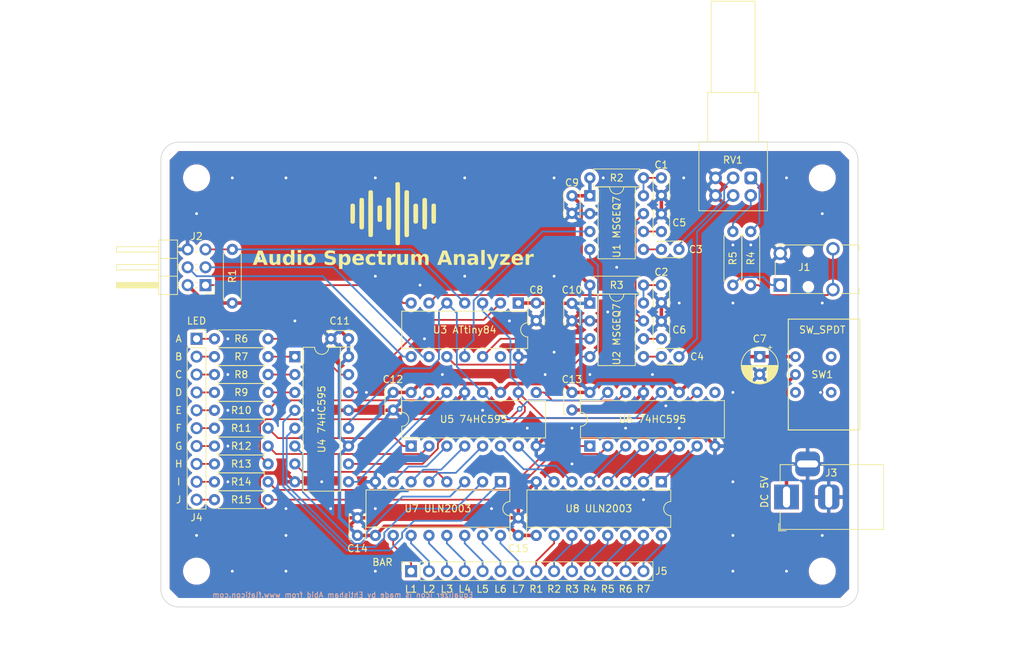
<source format=kicad_pcb>
(kicad_pcb (version 20221018) (generator pcbnew)
  (title_block (date "2023-08-01"))
  (layers (0 "F.Cu" power) (31 "B.Cu" signal) (34 "B.Paste" user) (35 "F.Paste" user) (36 "B.SilkS" user "B.Silkscreen") (37 "F.SilkS" user "F.Silkscreen") (38 "B.Mask" user) (39 "F.Mask" user) (44 "Edge.Cuts" user))
  (net 0 "")
  (net 1 "+5V")
  (net 3 "/RESET")
  (net 4 "Net-(J1-PadR)")
  (net 5 "/LED_A")
  (net 6 "/LED_B")
  (net 7 "Net-(J1-PadT)")
  (net 8 "Net-(U2-CKIN)")
  (net 9 "Net-(U1-CKIN)")
  (net 10 "Net-(C3-Pad2)")
  (net 11 "GND")
  (net 12 "Net-(C4-Pad2)")
  (net 13 "/RIGHT_OUT")
  (net 14 "/STROBE")
  (net 15 "/RIGHT_IN")
  (net 16 "Net-(U2-GND)")
  (net 17 "/GEQ_RESET")
  (net 18 "/LEFT_OUT")
  (net 19 "/LEFT_IN")
  (net 20 "Net-(U1-GND)")
  (net 21 "/LED_DATA")
  (net 22 "/LED_CLOCK")
  (net 23 "/LED_LATCH")
  (net 24 "/ICSP_MOSI")
  (net 25 "/ICSP_MISO")
  (net 26 "/ICSP_CLOCK")
  (net 28 "/LED_C")
  (net 29 "/LED_D")
  (net 30 "/LED_E")
  (net 31 "/LED_F")
  (net 32 "/LED_G")
  (net 33 "/LED_H")
  (net 34 "/LED_I")
  (net 35 "/LED_J")
  (net 36 "/LEFT_1")
  (net 37 "/LEFT_2")
  (net 38 "/LEFT_3")
  (net 39 "/LEFT_4")
  (net 40 "/LEFT_5")
  (net 41 "/LEFT_6")
  (net 42 "/LEFT_7")
  (net 43 "/RIGHT_1")
  (net 44 "/RIGHT_2")
  (net 45 "/RIGHT_3")
  (net 46 "/RIGHT_4")
  (net 47 "/RIGHT_5")
  (net 48 "/RIGHT_6")
  (net 49 "/RIGHT_7")
  (net 50 "Net-(R4-Pad1)")
  (net 51 "Net-(R5-Pad2)")
  (net 52 "Net-(U4-QE)")
  (net 53 "Net-(U4-QF)")
  (net 54 "Net-(U4-QG)")
  (net 55 "Net-(U4-QH)")
  (net 56 "Net-(U4-QH')")
  (net 57 "Net-(U5-QD)")
  (net 58 "Net-(U5-QE)")
  (net 59 "Net-(U5-QF)")
  (net 60 "Net-(U5-QG)")
  (net 61 "Net-(U5-QH)")
  (net 62 "Net-(U5-QH')")
  (net 63 "Net-(U6-QD)")
  (net 64 "Net-(U6-QE)")
  (net 65 "Net-(U6-QF)")
  (net 66 "Net-(U6-QG)")
  (net 67 "Net-(U6-QH)")
  (net 69 "Net-(J4-Pin_1)")
  (net 70 "Net-(J4-Pin_2)")
  (net 71 "Net-(J4-Pin_3)")
  (net 72 "Net-(J4-Pin_4)")
  (net 73 "Net-(J4-Pin_5)")
  (net 74 "Net-(J4-Pin_6)")
  (net 75 "Net-(J4-Pin_7)")
  (net 76 "Net-(J4-Pin_8)")
  (net 77 "Net-(J4-Pin_9)")
  (net 78 "Net-(J4-Pin_10)")
  (net 79 "Net-(SW1-B)")
  (footprint "Library:SP_R_Axial_DIN0207_L6.3mm_D2.5mm_P7.62mm_Horizontal" (layer "F.Cu") (at 137.16 53.34 90)
    (fp_text reference "R5")
    (fp_text value "10k")
  )
  (footprint "Capacitor_THT:CP_Radial_D5.0mm_P2.50mm" (layer "F.Cu") (at 140.97 63.5 -90)
    (fp_text reference "C7")
    (fp_text value "100u")
  )
  (footprint "Capacitor_THT:C_Disc_D3.4mm_W2.1mm_P2.50mm" (layer "F.Cu") (at 106.68 88.9 90)
    (fp_text reference "C15")
    (fp_text value "0.1u")
  )
  (footprint "Connector_PinSocket_2.54mm:PinSocket_1x14_P2.54mm_Vertical" (layer "F.Cu") (at 91.44 93.98 90)
    (fp_text reference "J5")
    (fp_text value "Conn_01x14_Socket")
  )
  (footprint "Package_DIP:DIP-14_W7.62mm" (layer "F.Cu") (at 106.68 55.88 -90)
    (fp_text reference "U3 ATtiny84")
    (fp_text value "ATtiny84-20P")
  )
  (footprint "aki_Switch:4MS1R202M6QES" (layer "F.Cu") (at 146.05 66.04 -90)
    (fp_text reference "SW1")
    (fp_text value "SW_SPDT")
  )
  (footprint "Package_DIP:DIP-16_W7.62mm" (layer "F.Cu") (at 116.84 76.2 90)
    (fp_text reference "U6 74HC595")
    (fp_text value "74HC595" hide)
  )
  (footprint "Capacitor_THT:C_Disc_D3.4mm_W2.1mm_P2.50mm" (layer "F.Cu") (at 127 53.34 -90)
    (fp_text reference "C2")
    (fp_text value "33p")
  )
  (footprint "Library:SP_R_Axial_DIN0207_L6.3mm_D2.5mm_P7.62mm_Horizontal" (layer "F.Cu") (at 71.12 83.82 180)
    (fp_text reference "R15")
    (fp_text value "330")
  )
  (footprint "Capacitor_THT:C_Disc_D3.4mm_W2.1mm_P2.50mm" (layer "F.Cu") (at 127 63.5)
    (fp_text reference "C4")
    (fp_text value "0.1u")
  )
  (footprint "Package_DIP:DIP-16_W7.62mm" (layer "F.Cu") (at 91.44 76.2 90)
    (fp_text reference "U5 74HC595")
    (fp_text value "74HC595")
  )
  (footprint "Library:equalizer_icon" (layer "F.Cu") (at 88.9 43.18)
    (fp_text reference "G1" hide)
    (fp_text value "LOGO" hide)
  )
  (footprint "Capacitor_THT:C_Disc_D3.4mm_W2.1mm_P2.50mm" (layer "F.Cu") (at 82.55 60.96 180)
    (fp_text reference "C11")
    (fp_text value "0.1u")
  )
  (footprint "Library:SP_R_Axial_DIN0207_L6.3mm_D2.5mm_P7.62mm_Horizontal" (layer "F.Cu") (at 139.7 45.72 -90)
    (fp_text reference "R4")
    (fp_text value "10k")
  )
  (footprint "Capacitor_THT:C_Disc_D3.4mm_W2.1mm_P2.50mm" (layer "F.Cu") (at 114.3 68.58 -90)
    (fp_text reference "C13")
    (fp_text value "0.1u")
  )
  (footprint "Library:SP_R_Axial_DIN0207_L6.3mm_D2.5mm_P7.62mm_Horizontal" (layer "F.Cu") (at 71.12 63.5 180)
    (fp_text reference "R7")
    (fp_text value "330")
  )
  (footprint "Package_DIP:DIP-8_W7.62mm" (layer "F.Cu") (at 116.84 55.88)
    (fp_text reference "U2 MSGEQ7")
    (fp_text value "MSGEQ7")
  )
  (footprint "Connector_PinSocket_2.54mm:PinSocket_1x10_P2.54mm_Vertical" (layer "F.Cu") (at 60.96 60.96)
    (fp_text reference "J4")
    (fp_text value "Conn_01x10_Socket")
  )
  (footprint "MountingHole:MountingHole_3.2mm_M3" (layer "F.Cu") (at 60.96 38.1)
    (fp_text reference "REF1" hide)
    (fp_text value "MountingHole_3.2mm_M3")
  )
  (footprint "Capacitor_THT:C_Disc_D3.4mm_W2.1mm_P2.50mm" (layer "F.Cu") (at 114.3 40.64 -90)
    (fp_text reference "C9")
    (fp_text value "0.1u")
  )
  (footprint "Library:SP_R_Axial_DIN0207_L6.3mm_D2.5mm_P7.62mm_Horizontal" (layer "F.Cu") (at 116.84 53.34)
    (fp_text reference "R3")
    (fp_text value "200k")
  )
  (footprint "Library:SP_R_Axial_DIN0207_L6.3mm_D2.5mm_P7.62mm_Horizontal" (layer "F.Cu") (at 71.12 66.04 180)
    (fp_text reference "R8")
    (fp_text value "330")
  )
  (footprint "Library:SP_R_Axial_DIN0207_L6.3mm_D2.5mm_P7.62mm_Horizontal" (layer "F.Cu") (at 66.04 55.88 90)
    (fp_text reference "R1")
    (fp_text value "10k")
  )
  (footprint "MountingHole:MountingHole_3.2mm_M3" (layer "F.Cu") (at 149.86 38.1)
    (fp_text reference "REF2" hide)
    (fp_text value "MountingHole_3.2mm_M3")
  )
  (footprint "Capacitor_THT:C_Disc_D3.4mm_W2.1mm_P2.50mm" (layer "F.Cu") (at 127 38.1 -90)
    (fp_text reference "C1")
    (fp_text value "33p")
  )
  (footprint "Library:SP_R_Axial_DIN0207_L6.3mm_D2.5mm_P7.62mm_Horizontal" (layer "F.Cu") (at 71.12 73.66 180)
    (fp_text reference "R11")
    (fp_text value "330")
  )
  (footprint "Package_DIP:DIP-16_W7.62mm" (layer "F.Cu") (at 104.14 81.28 -90)
    (fp_text reference "U7 ULN2003")
    (fp_text value "ULN2003")
  )
  (footprint "Capacitor_THT:C_Disc_D3.4mm_W2.1mm_P2.50mm" (layer "F.Cu") (at 88.9 68.58 -90)
    (fp_text reference "C12")
    (fp_text value "0.1u")
  )
  (footprint "Connector_Audio:Jack_3.5mm_Switronic_ST-005-G_horizontal" (layer "F.Cu") (at 150.384 51.075 180)
    (fp_text reference "J1")
    (fp_text value "AudioJack3")
  )
  (footprint "Capacitor_THT:C_Disc_D3.4mm_W2.1mm_P2.50mm" (layer "F.Cu") (at 114.3 55.92 -90)
    (fp_text reference "C10")
    (fp_text value "0.1u")
  )
  (footprint "Package_DIP:DIP-8_W7.62mm" (layer "F.Cu") (at 116.84 40.64)
    (fp_text reference "U1 MSGEQ7")
    (fp_text value "MSGEQ7")
  )
  (footprint "Library:SP_R_Axial_DIN0207_L6.3mm_D2.5mm_P7.62mm_Horizontal" (layer "F.Cu") (at 71.12 60.96 180)
    (fp_text reference "R6")
    (fp_text value "330")
  )
  (footprint "Library:SP_R_Axial_DIN0207_L6.3mm_D2.5mm_P7.62mm_Horizontal" (layer "F.Cu") (at 71.12 81.28 180)
    (fp_text reference "R14")
    (fp_text value "330")
  )
  (footprint "Capacitor_THT:C_Disc_D3.4mm_W2.1mm_P2.50mm" (layer "F.Cu") (at 127 45.72 90)
    (fp_text reference "C5")
    (fp_text value "0.1u")
  )
  (footprint "Package_DIP:DIP-16_W7.62mm" (layer "F.Cu") (at 74.93 63.5)
    (fp_text reference "U4 74HC595")
    (fp_text value "74HC595")
  )
  (footprint "MountingHole:MountingHole_3.2mm_M3" (layer "F.Cu") (at 60.96 93.98)
    (fp_text reference "REF4" hide)
    (fp_text value "MountingHole_3.2mm_M3")
  )
  (footprint "MountingHole:MountingHole_3.2mm_M3" (layer "F.Cu") (at 149.86 93.98)
    (fp_text reference "REF3" hide)
    (fp_text value "MountingHole_3.2mm_M3")
  )
  (footprint "Library:SP_R_Axial_DIN0207_L6.3mm_D2.5mm_P7.62mm_Horizontal" (layer "F.Cu") (at 71.12 78.74 180)
    (fp_text reference "R13")
    (fp_text value "330")
  )
  (footprint "Capacitor_THT:C_Disc_D3.4mm_W2.1mm_P2.50mm" (layer "F.Cu") (at 83.82 88.9 90)
    (fp_text reference "C14")
    (fp_text value "0.1u")
  )
  (footprint "Library:SP_R_Axial_DIN0207_L6.3mm_D2.5mm_P7.62mm_Horizontal" (layer "F.Cu") (at 71.12 76.2 180)
    (fp_text reference "R12")
    (fp_text value "330")
  )
  (footprint "Potentiometer_THT:Potentiometer_Alps_RK097_Dual_Horizontal" (layer "F.Cu") (at 139.7 38.1 -90)
    (fp_text reference "RV1")
    (fp_text value "10k")
  )
  (footprint "Capacitor_THT:C_Disc_D3.4mm_W2.1mm_P2.50mm" (layer "F.Cu") (at 127 60.96 90)
    (fp_text reference "C6")
    (fp_text value "0.1u")
  )
  (footprint "Connector_PinHeader_2.54mm:PinHeader_2x03_P2.54mm_Horizontal" (layer "F.Cu") (at 62.23 53.34 180)
    (fp_text reference "J2")
    (fp_text value "Conn_02x03_Odd_Even")
  )
  (footprint "Package_DIP:DIP-16_W7.62mm" (layer "F.Cu") (at 127 81.28 -90)
    (fp_text reference "U8 ULN2003")
    (fp_text value "ULN2003")
  )
  (footprint "Library:SP_R_Axial_DIN0207_L6.3mm_D2.5mm_P7.62mm_Horizontal" (layer "F.Cu") (at 71.12 68.58 180)
    (fp_text reference "R9")
    (fp_text value "330")
  )
  (footprint "Library:SP_R_Axial_DIN0207_L6.3mm_D2.5mm_P7.62mm_Horizontal" (layer "F.Cu") (at 71.12 71.12 180)
    (fp_text reference "R10")
    (fp_text value "330")
  )
  (footprint "Capacitor_THT:C_Disc_D3.4mm_W2.1mm_P2.50mm" (layer "F.Cu") (at 127 48.26)
    (fp_text reference "C3")
    (fp_text value "0.1u")
  )
  (footprint "Connector_BarrelJack:BarrelJack_Horizontal" (layer "F.Cu") (at 144.78 83.44 180)
    (fp_text reference "J3")
    (fp_text value "Barrel_Jack_Switch")
  )
  (footprint "Capacitor_THT:C_Disc_D3.4mm_W2.1mm_P2.50mm" (layer "F.Cu") (at 109.22 55.88 -90)
    (fp_text reference "C8")
    (fp_text value "0.1u")
  )
  (footprint "Library:SP_R_Axial_DIN0207_L6.3mm_D2.5mm_P7.62mm_Horizontal" (layer "F.Cu") (at 116.84 38.1)
    (fp_text reference "R2")
    (fp_text value "200k")
  )
  (gr_line (start 55.88 35.56) (end 55.88 96.52) (stroke (width 0.1)) (layer "Edge.Cuts"))
  (gr_arc (start 154.94 96.52) (mid 154.196081 98.316081) (end 152.4 99.06) (stroke (width 0.1)) (layer "Edge.Cuts"))
  (gr_arc (start 152.4 33.02) (mid 154.196081 33.763919) (end 154.94 35.56) (stroke (width 0.1)) (layer "Edge.Cuts"))
  (gr_line (start 154.94 96.52) (end 154.94 35.56) (stroke (width 0.1)) (layer "Edge.Cuts"))
  (gr_arc (start 55.88 35.56) (mid 56.623949 33.763949) (end 58.42 33.02) (stroke (width 0.1)) (layer "Edge.Cuts"))
  (gr_line (start 58.42 99.06) (end 152.4 99.06) (stroke (width 0.1)) (layer "Edge.Cuts"))
  (gr_line (start 152.4 33.02) (end 58.42 33.02) (stroke (width 0.1)) (layer "Edge.Cuts"))
  (gr_arc (start 58.42 99.06) (mid 56.623978 98.316022) (end 55.88 96.52) (stroke (width 0.1)) (layer "Edge.Cuts"))
  (gr_text "Equalizer icon is made by Ehtisham Abid from www.flaticon.com" (at 100.33 97.79) (layer "B.SilkS") (effects (font (size 0.75 0.75) (thickness 0.125)) (justify left bottom mirror)))
  (gr_text "R5" (at 119.38 96.52) (layer "F.SilkS") (effects (font (size 1 1))))
  (gr_text "L6" (at 104.14 96.52) (layer "F.SilkS") (effects (font (size 1 1))))
  (gr_text "L1" (at 91.44 96.52) (layer "F.SilkS") (effects (font (size 1 1))))
  (gr_text "A" (at 58.42 60.96) (layer "F.SilkS") (effects (font (size 1 1))))
  (gr_text "E" (at 58.42 71.12) (layer "F.SilkS") (effects (font (size 1 1))))
  (gr_text "D" (at 58.42 68.58) (layer "F.SilkS") (effects (font (size 1 1))))
  (gr_text "H" (at 58.42 78.74) (layer "F.SilkS") (effects (font (size 1 1))))
  (gr_text "C" (at 58.42 66.04) (layer "F.SilkS") (effects (font (size 1 1))))
  (gr_text "I" (at 58.42 81.28) (layer "F.SilkS") (effects (font (size 1 1))))
  (gr_text "R7" (at 124.46 96.52) (layer "F.SilkS") (effects (font (size 1 1))))
  (gr_text "R3" (at 114.3 96.52) (layer "F.SilkS") (effects (font (size 1 1))))
  (gr_text "L3" (at 96.52 96.52) (layer "F.SilkS") (effects (font (size 1 1))))
  (gr_text "B" (at 58.42 63.5) (layer "F.SilkS") (effects (font (size 1 1))))
  (gr_text "F" (at 58.42 73.66) (layer "F.SilkS") (effects (font (size 1 1))))
  (gr_text "BAR" (at 88.9 92.71) (layer "F.SilkS") (effects (font (size 1 1)) (justify right)))
  (gr_text "Audio Spectrum Analyzer" (at 88.9 50.8) (layer "F.SilkS") (effects (font (size 2 2) (thickness 0.4) bold) (justify bottom)))
  (gr_text "DC 5V" (at 142.24 85.09 90) (layer "F.SilkS") (effects (font (size 1 1)) (justify left bottom)))
  (gr_text "R2" (at 111.76 96.52) (layer "F.SilkS") (effects (font (size 1 1))))
  (gr_text "L5" (at 101.6 96.52) (layer "F.SilkS") (effects (font (size 1 1))))
  (gr_text "R1" (at 109.22 96.52) (layer "F.SilkS") (effects (font (size 1 1))))
  (gr_text "L2" (at 93.98 96.52) (layer "F.SilkS") (effects (font (size 1 1))))
  (gr_text "J" (at 58.42 83.82) (layer "F.SilkS") (effects (font (size 1 1))))
  (gr_text "L7" (at 106.68 96.52) (layer "F.SilkS") (effects (font (size 1 1))))
  (gr_text "LED" (at 60.96 58.42) (layer "F.SilkS") (effects (font (size 1 1))))
  (gr_text "G" (at 58.42 76.2) (layer "F.SilkS") (effects (font (size 1 1))))
  (gr_text "L4" (at 99.06 96.52) (layer "F.SilkS") (effects (font (size 1 1))))
  (gr_text "R4" (at 116.84 96.52) (layer "F.SilkS") (effects (font (size 1 1))))
  (gr_text "R6" (at 121.92 96.52) (layer "F.SilkS") (effects (font (size 1 1))))
  (segment (start 77.47 55.88) (end 82.55 60.96) (width 0.5) (layer "F.Cu") (net 1))
  (segment (start 114.3 55.92) (end 109.26 55.92) (width 0.5) (layer "F.Cu") (net 1))
  (segment (start 146.05 63.5) (end 140.97 63.5) (width 0.5) (layer "F.Cu") (net 1))
  (segment (start 102.8881 67.3281) (end 92.6919 67.3281) (width 0.5) (layer "F.Cu") (net 1))
  (segment (start 105.3753 87.5953) (end 106.68 88.9) (width 0.5) (layer "F.Cu") (net 1))
  (segment (start 62.23 55.88) (end 66.04 55.88) (width 0.5) (layer "F.Cu") (net 1))
  (segment (start 116.84 68.58) (end 114.3 68.58) (width 0.5) (layer "F.Cu") (net 1))
  (segment (start 115.5881 41.9281) (end 114.3 40.64) (width 0.5) (layer "F.Cu") (net 1))
  (segment (start 129.54 68.58) (end 134.62 63.5) (width 0.5) (layer "F.Cu") (net 1))
  (segment (start 115.5881 52.0881) (end 115.5881 41.9281) (width 0.5) (layer "F.Cu") (net 1))
  (segment (start 86.36 88.9) (end 87.6647 87.5953) (width 0.5) (layer "F.Cu") (net 1))
  (segment (start 104.14 68.58) (end 105.3919 67.3281) (width 0.5) (layer "F.Cu") (net 1))
  (segment (start 116.84 53.34) (end 115.5881 52.0881) (width 0.5) (layer "F.Cu") (net 1))
  (segment (start 109.26 55.92) (end 109.22 55.88) (width 0.5) (layer "F.Cu") (net 1))
  (segment (start 91.44 68.58) (end 88.9 68.58) (width 0.5) (layer "F.Cu") (net 1))
  (segment (start 106.68 55.88) (end 107.9319 55.88) (width 0.5) (layer "F.Cu") (net 1))
  (segment (start 104.14 68.58) (end 102.8881 67.3281) (width 0.5) (layer "F.Cu") (net 1))
  (segment (start 109.22 88.9) (end 106.68 88.9) (width 0.5) (layer "F.Cu") (net 1))
  (segment (start 116.84 40.64) (end 114.3 40.64) (width 0.5) (layer "F.Cu") (net 1))
  (segment (start 59.69 53.34) (end 62.23 55.88) (width 0.5) (layer "F.Cu") (net 1))
  (segment (start 92.6919 67.3281) (end 91.44 68.58) (width 0.5) (layer "F.Cu") (net 1))
  (segment (start 66.04 55.88) (end 77.47 55.88) (width 0.5) (layer "F.Cu") (net 1))
  (segment (start 109.22 55.88) (end 107.9319 55.88) (width 0.5) (layer "F.Cu") (net 1))
  (segment (start 87.6647 87.5953) (end 105.3753 87.5953) (width 0.5) (layer "F.Cu") (net 1))
  (segment (start 86.36 88.9) (end 83.82 88.9) (width 0.5) (layer "F.Cu") (net 1))
  (segment (start 113.0481 67.3281) (end 114.3 68.58) (width 0.5) (layer "F.Cu") (net 1))
  (segment (start 105.3919 67.3281) (end 113.0481 67.3281) (width 0.5) (layer "F.Cu") (net 1))
  (segment (start 134.62 63.5) (end 140.97 63.5) (width 0.5) (layer "F.Cu") (net 1))
  (segment (start 81.2604 77.4896) (end 81.2604 86.3404) (width 0.5) (layer "B.Cu") (net 1))
  (segment (start 118.0919 67.3281) (end 128.2881 67.3281) (width 0.5) (layer "B.Cu") (net 1))
  (segment (start 82.55 63.5) (end 81.2604 64.7896) (width 0.5) (layer "B.Cu") (net 1))
  (segment (start 116.84 68.58) (end 118.0919 67.3281) (width 0.5) (layer "B.Cu") (net 1))
  (segment (start 115.55 67.29) (end 115.55 57.17) (width 0.5) (layer "B.Cu") (net 1))
  (segment (start 116.84 55.88) (end 116.84 53.34) (width 0.5) (layer "B.Cu") (net 1))
  (segment (start 81.2604 64.7896) (end 81.2604 74.9104) (width 0.5) (layer "B.Cu") (net 1))
  (segment (start 82.55 76.2) (end 81.2604 77.4896) (width 0.5) (layer "B.Cu") (net 1))
  (segment (start 115.55 57.17) (end 114.3 55.92) (width 0.5) (layer "B.Cu") (net 1))
  (segment (start 81.2604 74.9104) (end 82.55 76.2) (width 0.5) (layer "B.Cu") (net 1))
  (segment (start 82.55 76.2) (end 87.122 71.628) (width 0.5) (layer "B.Cu") (net 1))
  (segment (start 116.84 68.58) (end 115.55 67.29) (width 0.5) (layer "B.Cu") (net 1))
  (segment (start 129.54 68.58) (end 128.2881 67.3281) (width 0.5) (layer "B.Cu") (net 1))
  (segment (start 114.3 55.92) (end 116.8 55.92) (width 0.5) (layer "B.Cu") (net 1))
  (segment (start 81.2604 86.3404) (end 83.82 88.9) (width 0.5) (layer "B.Cu") (net 1))
  (segment (start 87.122 70.358) (end 88.9 68.58) (width 0.5) (layer "B.Cu") (net 1))
  (segment (start 116.84 40.64) (end 116.84 38.1) (width 0.5) (layer "B.Cu") (net 1))
  (segment (start 82.55 63.5) (end 82.55 60.96) (width 0.5) (layer "B.Cu") (net 1))
  (segment (start 116.8 55.92) (end 116.84 55.88) (width 0.5) (layer "B.Cu") (net 1))
  (segment (start 87.122 71.628) (end 87.122 70.358) (width 0.5) (layer "B.Cu") (net 1))
  (segment (start 62.23 48.26) (end 66.04 48.26) (width 0.25) (layer "F.Cu") (net 3))
  (segment (start 91.44 48.26) (end 66.04 48.26) (width 0.25) (layer "B.Cu") (net 3))
  (segment (start 99.06 55.88) (end 91.44 48.26) (width 0.25) (layer "B.Cu") (net 3))
  (segment (start 142.6071 53.325) (end 141.4832 52.2011) (width 0.25) (layer "B.Cu") (net 4))
  (segment (start 141.4832 52.2011) (end 138.2989 52.2011) (width 0.25) (layer "B.Cu") (net 4))
  (segment (start 138.2989 52.2011) (end 137.16 53.34) (width 0.25) (layer "B.Cu") (net 4))
  (segment (start 143.884 53.325) (end 142.6071 53.325) (width 0.25) (layer "B.Cu") (net 4))
  (segment (start 76.3431 60.96) (end 71.12 60.96) (width 0.25) (layer "F.Cu") (net 5))
  (segment (start 82.55 66.04) (end 81.4231 66.04) (width 0.25) (layer "F.Cu") (net 5))
  (segment (start 81.4231 66.04) (end 76.3431 60.96) (width 0.25) (layer "F.Cu") (net 5))
  (segment (start 74.93 63.5) (end 71.12 63.5) (width 0.25) (layer "F.Cu") (net 6))
  (segment (start 139.7 53.34) (end 140.8269 53.34) (width 0.25) (layer "F.Cu") (net 7))
  (segment (start 150.6102 54.7488) (end 142.2357 54.7488) (width 0.25) (layer "F.Cu") (net 7))
  (segment (start 142.2357 54.7488) (end 140.8269 53.34) (width 0.25) (layer "F.Cu") (net 7))
  (segment (start 151.384 53.975) (end 150.6102 54.7488) (width 0.25) (layer "F.Cu") (net 7))
  (segment (start 151.384 48.175) (end 151.384 53.975) (width 0.25) (layer "B.Cu") (net 7))
  (segment (start 127 53.34) (end 124.46 53.34) (width 0.25) (layer "F.Cu") (net 8))
  (segment (start 124.46 55.88) (end 124.46 53.34) (width 0.25) (layer "B.Cu") (net 8))
  (segment (start 127 38.1) (end 124.46 38.1) (width 0.25) (layer "F.Cu") (net 9))
  (segment (start 124.46 40.64) (end 124.46 38.1) (width 0.25) (layer "B.Cu") (net 9))
  (segment (start 137.2 38.1) (end 135.9269 39.3731) (width 0.25) (layer "B.Cu") (net 10))
  (segment (start 135.9269 41.1711) (end 129.5 47.598) (width 0.25) (layer "B.Cu") (net 10))
  (segment (start 129.5 47.598) (end 129.5 48.26) (width 0.25) (layer "B.Cu") (net 10))
  (segment (start 135.9269 39.3731) (end 135.9269 41.1711) (width 0.25) (layer "B.Cu") (net 10))
  (segment (start 71.932233 86.4) (end 83.82 86.4) (width 0.5) (layer "F.Cu") (net 11))
  (segment (start 109.22 76.2) (end 110.47 74.95) (width 0.5) (layer "F.Cu") (net 11))
  (segment (start 121.96 71.08) (end 114.3 71.08) (width 0.5) (layer "F.Cu") (net 11))
  (segment (start 109.22 81.28) (end 106.68 83.82) (width 0.5) (layer "F.Cu") (net 11))
  (segment (start 83.82 86.4) (end 106.68 86.4) (width 0.5) (layer "F.Cu") (net 11))
  (segment (start 116.84 58.42) (end 114.3 58.42) (width 0.5) (layer "F.Cu") (net 11))
  (segment (start 99.06 68.58) (end 96.56 71.08) (width 0.5) (layer "F.Cu") (net 11))
  (segment (start 82.55 71.12) (end 88.86 71.12) (width 0.5) (layer "F.Cu") (net 11))
  (segment (start 69.87 80.762233) (end 69.87 84.337767) (width 0.5) (layer "F.Cu") (net 11))
  (segment (start 124.46 68.58) (end 121.96 71.08) (width 0.5) (layer "F.Cu") (net 11))
  (segment (start 133.37 74.95) (end 134.62 76.2) (width 0.5) (layer "F.Cu") (net 11))
  (segment (start 127 40.6) (end 127 43.22) (width 0.5) (layer "F.Cu") (net 11))
  (segment (start 70.602233 80.03) (end 69.87 80.762233) (width 0.5) (layer "F.Cu") (net 11))
  (segment (start 127 55.84) (end 127 58.46) (width 0.5) (layer "F.Cu") (net 11))
  (segment (start 69.87 84.337767) (end 71.932233 86.4) (width 0.5) (layer "F.Cu") (net 11))
  (segment (start 74.93 81.28) (end 73.68 80.03) (width 0.5) (layer "F.Cu") (net 11))
  (segment (start 96.56 71.08) (end 88.9 71.08) (width 0.5) (layer "F.Cu") (net 11))
  (segment (start 73.68 80.03) (end 70.602233 80.03) (width 0.5) (layer "F.Cu") (net 11))
  (segment (start 106.68 83.82) (end 106.68 86.4) (width 0.5) (layer "F.Cu") (net 11))
  (segment (start 88.86 71.12) (end 88.9 71.08) (width 0.5) (layer "F.Cu") (net 11))
  (segment (start 110.47 74.95) (end 133.37 74.95) (width 0.5) (layer "F.Cu") (net 11))
  (via (at 125.73 66.04) (size 0.8) (drill 0.4) (layers "F.Cu" "B.Cu") (net 11))
  (via (at 149.86 88.9) (size 0.8) (drill 0.4) (layers "F.Cu" "B.Cu") (net 11))
  (via (at 118.745 38.1) (size 0.8) (drill 0.4) (layers "F.Cu" "B.Cu") (net 11))
  (via (at 137.16 55.88) (size 0.8) (drill 0.4) (layers "F.Cu" "B.Cu") (net 11))
  (via (at 65.405 71.12) (size 0.8) (drill 0.4) (layers "F.Cu" "B.Cu") (net 11))
  (via (at 137.16 81.28) (size 0.8) (drill 0.4) (layers "F.Cu" "B.Cu") (net 11))
  (via (at 137.16 88.9) (size 0.8) (drill 0.4) (layers "F.Cu" "B.Cu") (net 11))
  (via (at 120.65 50.8) (size 0.8) (drill 0.4) (layers "F.Cu" "B.Cu") (net 11))
  (via (at 111.76 38.1) (size 0.8) (drill 0.4) (layers "F.Cu" "B.Cu") (net 11))
  (via (at 73.66 93.98) (size 0.8) (drill 0.4) (layers "F.Cu" "B.Cu") (net 11))
  (via (at 107.95 73.66) (size 0.8) (drill 0.4) (layers "F.Cu" "B.Cu") (net 11))
  (via (at 60.96 43.18) (size 0.8) (drill 0.4) (layers "F.Cu" "B.Cu") (net 11))
  (via (at 111.76 62.865) (size 0.8) (drill 0.4) (layers "F.Cu" "B.Cu") (net 11))
  (via (at 129.54 73.66) (size 0.8) (drill 0.4) (layers "F.Cu" "B.Cu") (net 11))
  (via (at 65.405 81.28) (size 0.8) (drill 0.4) (layers "F.Cu" "B.Cu") (net 11))
  (via (at 137.16 68.58) (size 0.8) (drill 0.4) (layers "F.Cu" "B.Cu") (net 11))
  (via (at 74.93 58.42) (size 0.8) (drill 0.4) (layers "F.Cu" "B.Cu") (net 11))
  (via (at 121.92 73.66) (size 0.8) (drill 0.4) (layers "F.Cu" "B.Cu") (net 11))
  (via (at 86.36 93.98) (size 0.8) (drill 0.4) (layers "F.Cu" "B.Cu") (net 11))
  (via (at 78.74 81.28) (size 0.8) (drill 0.4) (layers "F.Cu" "B.Cu") (net 11))
  (via (at 129.54 55.88) (size 0.8) (drill 0.4) (layers "F.Cu" "B.Cu") (net 11))
  (via (at 137.16 93.98) (size 0.8) (drill 0.4) (layers "F.Cu" "B.Cu") (net 11))
  (via (at 144.78 38.1) (size 0.8) (drill 0.4) (layers "F.Cu" "B.Cu") (net 11))
  (via (at 86.36 52.07) (size 0.8) (drill 0.4) (layers "F.Cu" "B.Cu") (net 11))
  (via (at 116.84 66.04) (size 0.8) (drill 0.4) (layers "F.Cu" "B.Cu") (net 11))
  (via (at 66.04 38.1) (size 0.8) (drill 0.4) (layers "F.Cu" "B.Cu") (net 11))
  (via (at 149.86 55.88) (size 0.8) (drill 0.4) (layers "F.Cu" "B.Cu") (net 11))
  (via (at 77.47 71.12) (size 0.8) (drill 0.4) (layers "F.Cu" "B.Cu") (net 11))
  (via (at 102.87 85.09) (size 0.8) (drill 0.4) (layers "F.Cu" "B.Cu") (net 11))
  (via (at 65.405 66.04) (size 0.8) (drill 0.4) (layers "F.Cu" "B.Cu") (net 11))
  (via (at 119.38 57.15) (size 0.8) (drill 0.4) (layers "F.Cu" "B.Cu") (net 11))
  (via (at 137.16 47.625) (size 0.8) (drill 0.4) (layers "F.Cu" "B.Cu") (net 11))
  (via (at 139.7 47.625) (size 0.8) (drill 0.4) (layers "F.Cu" "B.Cu") (net 11))
  (via (at 105.41 58.42) (size 0.8) (drill 0.4) (layers "F.Cu" "B.Cu") (net 11))
  (via (at 73.66 88.9) (size 0.8) (drill 0.4) (layers "F.Cu" "B.Cu") (net 11))
  (via (at 93.345 60.96) (size 0.8) (drill 0.4) (layers "F.Cu" "B.Cu") (net 11))
  (via (at 92.71 53.34) (size 0.8) (drill 0.4) (layers "F.Cu" "B.Cu") (net 11))
  (via (at 130.175 38.1) (size 0.8) (drill 0.4) (layers "F.Cu" "B.Cu") (net 11))
  (via (at 124.46 83.82) (size 0.8) (drill 0.4) (layers "F.Cu" "B.Cu") (net 11))
  (via (at 114.3 73.66) (size 0.8) (drill 0.4) (layers "F.Cu" "B.Cu") (net 11))
  (via (at 73.66 38.1) (size 0.8) (drill 0.4) (layers "F.Cu" "B.Cu") (net 11))
  (via (at 111.76 52.07) (size 0.8) (drill 0.4) (layers "F.Cu" "B.Cu") (net 11))
  (via (at 73.66 85.09) (size 0.8) (drill 0.4) (layers "F.Cu" "B.Cu") (net 11))
  (via (at 60.96 88.9) (size 0.8) (drill 0.4) (layers "F.Cu" "B.Cu") (net 11))
  (via (at 127.635 70.485) (size 0.8) (drill 0.4) (layers "F.Cu" "B.Cu") (net 11))
  (via (at 144.78 93.98) (size 0.8) (drill 0.4) (layers "F.Cu" "B.Cu") (net 11))
  (via (at 101.6 71.12) (size 0.8) (drill 0.4) (layers "F.Cu" "B.Cu") (net 11))
  (via (at 149.606 68.58) (size 0.8) (drill 0.4) (layers "F.Cu" "B.Cu") (net 11))
  (via (at 85.09 68.58) (size 0.8) (drill 0.4) (layers "F.Cu" "B.Cu") (net 11))
  (via (at 99.06 52.07) (size 0.8) (drill 0.4) (layers "F.Cu" "B.Cu") (net 11))
  (via (at 86.36 38.1) (size 0.8) (drill 0.4) (layers "F.Cu" "B.Cu") (net 11))
  (via (at 99.06 38.1) (size 0.8) (drill 0.4) (layers "F.Cu" "B.Cu") (net 11))
  (via (at 69.85 49.53) (size 0.8) (drill 0.4) (layers "F.Cu" "B.Cu") (net 11))
  (via (at 95.885 66.04) (size 0.8) (drill 0.4) (layers "F.Cu" "B.Cu") (net 11))
  (via (at 65.405 76.2) (size 0.8) (drill 0.4) (layers "F.Cu" "B.Cu") (net 11))
  (via (at 86.36 85.09) (size 0.8) (drill 0.4) (layers "F.Cu" "B.Cu") (net 11))
  (via (at 66.04 93.98) (size 0.8) (drill 0.4) (layers "F.Cu" "B.Cu") (net 11))
  (via (at 149.86 43.18) (size 0.8) (drill 0.4) (layers "F.Cu" "B.Cu") (net 11))
  (via (at 65.405 60.96) (size 0.8) (drill 0.4) (layers "F.Cu" "B.Cu") (net 11))
  (via (at 110.49 66.04) (size 0.8) (drill 0.4) (layers "F.Cu" "B.Cu") (net 11))
  (via (at 114.3 78.74) (size 0.8) (drill 0.4) (layers "F.Cu" "B.Cu") (net 11))
  (via (at 80.01 85.09) (size 0.8) (drill 0.4) (layers "F.Cu" "B.Cu") (net 11))
  (segment (start 114.34 43.18) (end 114.3 43.14) (width 0.5) (layer "B.Cu") (net 11))
  (segment (start 116.84 43.18) (end 114.34 43.18) (width 0.5) (layer "B.Cu") (net 11))
  (segment (start 132.0801 60.9199) (end 129.5 63.5) (width 0.25) (layer "B.Cu") (net 12))
  (segment (start 132.0801 45.7199) (end 132.0801 60.9199) (width 0.25) (layer "B.Cu") (net 12))
  (segment (start 137.2 40.6) (end 132.0801 45.7199) (width 0.25) (layer "B.Cu") (net 12))
  (segment (start 101.6 63.5) (end 104.14 60.96) (width 0.25) (layer "F.Cu") (net 13))
  (segment (start 104.14 60.96) (end 116.84 60.96) (width 0.25) (layer "F.Cu") (net 13))
  (segment (start 114.5834 64.6297) (end 115.7131 63.5) (width 0.25) (layer "F.Cu") (net 14))
  (segment (start 115.7131 63.5) (end 116.84 63.5) (width 0.25) (layer "F.Cu") (net 14))
  (segment (start 97.6497 64.6297) (end 114.5834 64.6297) (width 0.25) (layer "F.Cu") (net 14))
  (segment (start 96.52 63.5) (end 97.6497 64.6297) (width 0.25) (layer "F.Cu") (net 14))
  (segment (start 117.9894 50.5363) (end 116.84 49.3869) (width 0.25) (layer "B.Cu") (net 14))
  (segment (start 116.84 49.3869) (end 116.84 48.26) (width 0.25) (layer "B.Cu") (net 14))
  (segment (start 117.9894 62.3506) (end 117.9894 50.5363) (width 0.25) (layer "B.Cu") (net 14))
  (segment (start 116.84 63.5) (end 117.9894 62.3506) (width 0.25) (layer "B.Cu") (net 14))
  (segment (start 124.46 63.5) (end 127 63.5) (width 0.25) (layer "F.Cu") (net 15))
  (segment (start 124.46 60.96) (end 127 60.96) (width 0.25) (layer "F.Cu") (net 16))
  (segment (start 95.1173 54.7427) (end 119.6558 54.7427) (width 0.25) (layer "F.Cu") (net 17))
  (segment (start 93.98 55.88) (end 95.1173 54.7427) (width 0.25) (layer "F.Cu") (net 17))
  (segment (start 124.46 58.42) (end 123.335 57.295) (width 0.25) (layer "F.Cu") (net 17))
  (segment (start 123.3331 58.42) (end 119.6558 54.7427) (width 0.25) (layer "F.Cu") (net 17))
  (segment (start 124.46 58.42) (end 123.3331 58.42) (width 0.25) (layer "F.Cu") (net 17))
  (segment (start 123.335 44.305) (end 124.46 43.18) (width 0.25) (layer "F.Cu") (net 17))
  (segment (start 123.335 57.295) (end 123.335 44.305) (width 0.25) (layer "F.Cu") (net 17))
  (segment (start 99.06 63.5) (end 99.06 62.3731) (width 0.25) (layer "B.Cu") (net 18))
  (segment (start 116.84 45.72) (end 110.1302 45.72) (width 0.25) (layer "B.Cu") (net 18))
  (segment (start 100.33 55.5202) (end 100.33 61.1031) (width 0.25) (layer "B.Cu") (net 18))
  (segment (start 100.33 61.1031) (end 99.06 62.3731) (width 0.25) (layer "B.Cu") (net 18))
  (segment (start 110.1302 45.72) (end 100.33 55.5202) (width 0.25) (layer "B.Cu") (net 18))
  (segment (start 124.46 48.26) (end 127 48.26) (width 0.25) (layer "F.Cu") (net 19))
  (segment (start 124.46 45.72) (end 127 45.72) (width 0.25) (layer "F.Cu") (net 20))
  (segment (start 104.14 55.88) (end 101.7446 58.2754) (width 0.25) (layer "F.Cu") (net 21))
  (segment (start 101.7446 58.2754) (end 93.9815 58.2754) (width 0.25) (layer "F.Cu") (net 21))
  (segment (start 93.9815 58.2754) (end 83.6769 68.58) (width 0.25) (layer "F.Cu") (net 21))
  (segment (start 83.6769 68.58) (end 82.55 68.58) (width 0.25) (layer "F.Cu") (net 21))
  (segment (start 95.25 76.5617) (end 95.25 75.8029) (width 0.25) (layer "F.Cu") (net 22))
  (segment (start 106.68 68.58) (end 110.3435 72.2435) (width 0.25) (layer "F.Cu") (net 22))
  (segment (start 96.4302 74.6227) (end 104.2794 74.6227) (width 0.25) (layer "F.Cu") (net 22))
  (segment (start 107.5987 70.6256) (end 106.68 69.7069) (width 0.25) (layer "F.Cu") (net 22))
  (segment (start 104.2794 74.6227) (end 107.5987 71.3034) (width 0.25) (layer "F.Cu") (net 22))
  (segment (start 106.68 68.58) (end 106.68 69.7069) (width 0.25) (layer "F.Cu") (net 22))
  (segment (start 132.08 68.58) (end 128.4165 72.2435) (width 0.25) (layer "F.Cu") (net 22))
  (segment (start 107.5987 71.3034) (end 107.5987 70.6256) (width 0.25) (layer "F.Cu") (net 22))
  (segment (start 95.25 75.8029) (end 96.4302 74.6227) (width 0.25) (layer "F.Cu") (net 22))
  (segment (start 110.3435 72.2435) (end 128.4165 72.2435) (width 0.25) (layer "F.Cu") (net 22))
  (segment (start 82.55 78.74) (end 93.0717 78.74) (width 0.25) (layer "F.Cu") (net 22))
  (segment (start 93.0717 78.74) (end 95.25 76.5617) (width 0.25) (layer "F.Cu") (net 22))
  (segment (start 105.5531 60.96) (end 101.6 57.0069) (width 0.25) (layer "B.Cu") (net 22))
  (segment (start 101.6 55.88) (end 101.6 57.0069) (width 0.25) (layer "B.Cu") (net 22))
  (segment (start 106.68 68.58) (end 106.68 67.4531) (width 0.25) (layer "B.Cu") (net 22))
  (segment (start 105.5531 66.3262) (end 105.5531 60.96) (width 0.25) (layer "B.Cu") (net 22))
  (segment (start 106.68 67.4531) (end 105.5531 66.3262) (width 0.25) (layer "B.Cu") (net 22))
  (segment (start 94.1103 65.1477) (end 95.395 63.863) (width 0.25) (layer "B.Cu") (net 23))
  (segment (start 105.2332 72.2132) (end 123.3668 72.2132) (width 0.25) (layer "B.Cu") (net 23))
  (segment (start 82.55 72.898) (end 90.3003 65.1477) (width 0.25) (layer "B.Cu") (net 23))
  (segment (start 123.3668 72.2132) (end 127 68.58) (width 0.25) (layer "B.Cu") (net 23))
  (segment (start 82.55 73.66) (end 82.55 72.898) (width 0.25) (layer "B.Cu") (net 23))
  (segment (start 101.6 68.58) (end 105.2332 72.2132) (width 0.25) (layer "B.Cu") (net 23))
  (segment (start 90.3003 65.1477) (end 94.1103 65.1477) (width 0.25) (layer "B.Cu") (net 23))
  (segment (start 95.395 57.005) (end 96.52 55.88) (width 0.25) (layer "B.Cu") (net 23))
  (segment (start 97.935 57.295) (end 97.935 64.915) (width 0.25) (layer "B.Cu") (net 23))
  (segment (start 95.395 63.863) (end 95.395 57.005) (width 0.25) (layer "B.Cu") (net 23))
  (segment (start 96.52 55.88) (end 97.935 57.295) (width 0.25) (layer "B.Cu") (net 23))
  (segment (start 97.935 64.915) (end 101.6 68.58) (width 0.25) (layer "B.Cu") (net 23))
  (segment (start 91.44 55.88) (end 90.3131 55.88) (width 0.25) (layer "F.Cu") (net 24))
  (segment (start 62.23 53.34) (end 87.7731 53.34) (width 0.25) (layer "F.Cu") (net 24))
  (segment (start 87.7731 53.34) (end 90.3131 55.88) (width 0.25) (layer "F.Cu") (net 24))
  (segment (start 78.8832 52.0701) (end 90.3131 63.5) (width 0.25) (layer "B.Cu") (net 25))
  (segment (start 59.69 50.8) (end 60.9601 52.0701) (width 0.25) (layer "B.Cu") (net 25))
  (segment (start 90.3131 63.5) (end 91.44 63.5) (width 0.25) (layer "B.Cu") (net 25))
  (segment (start 60.9601 52.0701) (end 78.8832 52.0701) (width 0.25) (layer "B.Cu") (net 25))
  (segment (start 80.3866 50.8) (end 62.23 50.8) (width 0.25) (layer "B.Cu") (net 26))
  (segment (start 93.0866 63.5) (end 80.3866 50.8) (width 0.25) (layer "B.Cu") (net 26))
  (segment (start 93.98 63.5) (end 93.0866 63.5) (width 0.25) (layer "B.Cu") (net 26))
  (segment (start 74.93 66.04) (end 71.12 66.04) (width 0.25) (layer "F.Cu") (net 28))
  (segment (start 74.93 68.58) (end 71.12 68.58) (width 0.25) (layer "F.Cu") (net 29))
  (segment (start 72.5331 69.7069) (end 71.12 71.12) (width 0.25) (layer "F.Cu") (net 30))
  (segment (start 93.98 68.58) (end 92.8531 69.7069) (width 0.25) (layer "F.Cu") (net 30))
  (segment (start 92.8531 69.7069) (end 72.5331 69.7069) (width 0.25) (layer "F.Cu") (net 30))
  (segment (start 91.44 76.2) (end 90.3131 76.2) (width 0.25) (layer "F.Cu") (net 31))
  (segment (start 89.1862 75.0731) (end 72.5331 75.0731) (width 0.25) (layer "F.Cu") (net 31))
  (segment (start 72.5331 75.0731) (end 71.12 73.66) (width 0.25) (layer "F.Cu") (net 31))
  (segment (start 90.3131 76.2) (end 89.1862 75.0731) (width 0.25) (layer "F.Cu") (net 31))
  (segment (start 72.2498 77.3298) (end 71.12 76.2) (width 0.25) (layer "F.Cu") (net 32))
  (segment (start 92.8502 77.3298) (end 72.2498 77.3298) (width 0.25) (layer "F.Cu") (net 32))
  (segment (start 93.98 76.2) (end 92.8502 77.3298) (width 0.25) (layer "F.Cu") (net 32))
  (segment (start 106.8701 70.9266) (end 105.4067 72.39) (width 0.25) (layer "F.Cu") (net 33))
  (segment (start 70.7891 72.39) (end 69.9851 73.194) (width 0.25) (layer "F.Cu") (net 33))
  (segment (start 69.9851 77.6051) (end 71.12 78.74) (width 0.25) (layer "F.Cu") (net 33))
  (segment (start 105.4067 72.39) (end 70.7891 72.39) (width 0.25) (layer "F.Cu") (net 33))
  (segment (start 69.9851 73.194) (end 69.9851 77.6051) (width 0.25) (layer "F.Cu") (net 33))
  (via (at 106.8701 70.9266) (size 0.8) (drill 0.4) (layers "F.Cu" "B.Cu") (net 33))
  (segment (start 108.0898 69.7069) (end 106.8701 70.9266) (width 0.25) (layer "B.Cu") (net 33))
  (segment (start 118.2531 69.7069) (end 108.0898 69.7069) (width 0.25) (layer "B.Cu") (net 33))
  (segment (start 119.38 68.58) (end 118.2531 69.7069) (width 0.25) (layer "B.Cu") (net 33))
  (segment (start 111.4417 76.2) (end 105.2123 82.4294) (width 0.25) (layer "F.Cu") (net 34))
  (segment (start 105.2123 82.4294) (end 72.2694 82.4294) (width 0.25) (layer "F.Cu") (net 34))
  (segment (start 116.84 76.2) (end 111.4417 76.2) (width 0.25) (layer "F.Cu") (net 34))
  (segment (start 72.2694 82.4294) (end 71.12 81.28) (width 0.25) (layer "F.Cu") (net 34))
  (segment (start 104.9534 83.82) (end 71.12 83.82) (width 0.25) (layer "F.Cu") (net 35))
  (segment (start 118.2531 77.3269) (end 111.4465 77.3269) (width 0.25) (layer "F.Cu") (net 35))
  (segment (start 111.4465 77.3269) (end 104.9534 83.82) (width 0.25) (layer "F.Cu") (net 35))
  (segment (start 119.38 76.2) (end 118.2531 77.3269) (width 0.25) (layer "F.Cu") (net 35))
  (segment (start 91.44 90.0269) (end 93.98 92.5669) (width 0.25) (layer "B.Cu") (net 36))
  (segment (start 93.98 92.5669) (end 93.98 93.98) (width 0.25) (layer "B.Cu") (net 36))
  (segment (start 91.44 88.9) (end 91.44 90.0269) (width 0.25) (layer "B.Cu") (net 36))
  (segment (start 96.52 88.9) (end 96.52 90.0269) (width 0.25) (layer "B.Cu") (net 37))
  (segment (start 96.52 90.0269) (end 99.06 92.5669) (width 0.25) (layer "B.Cu") (net 37))
  (segment (start 99.06 92.5669) (end 99.06 93.98) (width 0.25) (layer "B.Cu") (net 37))
  (segment (start 101.6 90.0269) (end 104.14 92.5669) (width 0.25) (layer "B.Cu") (net 38))
  (segment (start 101.6 88.9) (end 101.6 90.0269) (width 0.25) (layer "B.Cu") (net 38))
  (segment (start 104.14 92.5669) (end 104.14 93.98) (width 0.25) (layer "B.Cu") (net 38))
  (segment (start 111.76 90.0269) (end 109.22 92.5669) (width 0.25) (layer "F.Cu") (net 39))
  (segment (start 109.22 92.5669) (end 109.22 93.98) (width 0.25) (layer "F.Cu") (net 39))
  (segment (start 111.76 88.9) (end 111.76 90.0269) (width 0.25) (layer "F.Cu") (net 39))
  (segment (start 116.84 90.0269) (end 114.3 92.5669) (width 0.25) (layer "B.Cu") (net 40))
  (segment (start 116.84 88.9) (end 116.84 90.0269) (width 0.25) (layer "B.Cu") (net 40))
  (segment (start 114.3 92.5669) (end 114.3 93.98) (width 0.25) (layer "B.Cu") (net 40))
  (segment (start 121.92 90.0269) (end 119.38 92.5669) (width 0.25) (layer "B.Cu") (net 41))
  (segment (start 121.92 88.9) (end 121.92 90.0269) (width 0.25) (layer "B.Cu") (net 41))
  (segment (start 119.38 92.5669) (end 119.38 93.98) (width 0.25) (layer "B.Cu") (net 41))
  (segment (start 124.46 93.98) (end 124.46 92.8031) (width 0.25) (layer "B.Cu") (net 42))
  (segment (start 127 88.9) (end 127 90.2631) (width 0.25) (layer "B.Cu") (net 42))
  (segment (start 127 90.2631) (end 124.46 92.8031) (width 0.25) (layer "B.Cu") (net 42))
  (segment (start 91.44 93.98) (end 91.44 92.8031) (width 0.25) (layer "F.Cu") (net 43))
  (segment (start 88.9 90.2631) (end 91.44 92.8031) (width 0.25) (layer "F.Cu") (net 43))
  (segment (start 88.9 88.9) (end 88.9 90.2631) (width 0.25) (layer "F.Cu") (net 43))
  (segment (start 96.52 92.5669) (end 93.98 90.0269) (width 0.25) (layer "B.Cu") (net 44))
  (segment (start 96.52 93.98) (end 96.52 92.5669) (width 0.25) (layer "B.Cu") (net 44))
  (segment (start 93.98 88.9) (end 93.98 90.0269) (width 0.25) (layer "B.Cu") (net 44))
  (segment (start 101.6 92.5669) (end 99.06 90.0269) (width 0.25) (layer "B.Cu") (net 45))
  (segment (start 99.06 88.9) (end 99.06 90.0269) (width 0.25) (layer "B.Cu") (net 45))
  (segment (start 101.6 93.98) (end 101.6 92.5669) (width 0.25) (layer "B.Cu") (net 45))
  (segment (start 106.68 92.5669) (end 104.14 90.0269) (width 0.25) (layer "B.Cu") (net 46))
  (segment (start 104.14 88.9) (end 104.14 90.0269) (width 0.25) (layer "B.Cu") (net 46))
  (segment (start 106.68 93.98) (end 106.68 92.5669) (width 0.25) (layer "B.Cu") (net 46))
  (segment (start 111.76 92.5669) (end 111.76 93.98) (width 0.25) (layer "B.Cu") (net 47))
  (segment (start 114.3 90.0269) (end 111.76 92.5669) (width 0.25) (layer "B.Cu") (net 47))
  (segment (start 114.3 88.9) (end 114.3 90.0269) (width 0.25) (layer "B.Cu") (net 47))
  (segment (start 119.38 90.0269) (end 116.84 92.5669) (width 0.25) (layer "B.Cu") (net 48))
  (segment (start 119.38 88.9) (end 119.38 90.0269) (width 0.25) (layer "B.Cu") (net 48))
  (segment (start 116.84 92.5669) (end 116.84 93.98) (width 0.25) (layer "B.Cu") (net 48))
  (segment (start 124.46 88.9) (end 124.46 90.0269) (width 0.25) (layer "B.Cu") (net 49))
  (segment (start 124.46 90.0269) (end 121.92 92.5669) (width 0.25) (layer "B.Cu") (net 49))
  (segment (start 121.92 92.5669) (end 121.92 93.98) (width 0.25) (layer "B.Cu") (net 49))
  (segment (start 140.9284 44.4916) (end 139.7 45.72) (width 0.25) (layer "B.Cu") (net 50))
  (segment (start 140.9284 39.3284) (end 140.9284 44.4916) (width 0.25) (layer "B.Cu") (net 50))
  (segment (start 139.7 38.1) (end 140.9284 39.3284) (width 0.25) (layer "B.Cu") (net 50))
  (segment (start 139.7 40.6) (end 139.7 42.0531) (width 0.25) (layer "B.Cu") (net 51))
  (segment (start 137.16 45.72) (end 137.16 44.5931) (width 0.25) (layer "B.Cu") (net 51))
  (segment (start 139.7 42.0531) (end 137.16 44.5931) (width 0.25) (layer "B.Cu") (net 51))
  (segment (start 74.93 71.12) (end 73.2698 72.7802) (width 0.25) (layer "B.Cu") (net 52))
  (segment (start 82.3639 91.032) (end 88.376 91.032) (width 0.25) (layer "B.Cu") (net 52))
  (segment (start 73.2698 81.9379) (end 82.3639 91.032) (width 0.25) (layer "B.Cu") (net 52))
  (segment (start 98.6032 86.8168) (end 104.14 81.28) (width 0.25) (layer "B.Cu") (net 52))
  (segment (start 90.17 89.238) (end 90.17 88.5063) (width 0.25) (layer "B.Cu") (net 52))
  (segment (start 90.17 88.5063) (end 91.8595 86.8168) (width 0.25) (layer "B.Cu") (net 52))
  (segment (start 73.2698 72.7802) (end 73.2698 81.9379) (width 0.25) (layer "B.Cu") (net 52))
  (segment (start 88.376 91.032) (end 90.17 89.238) (width 0.25) (layer "B.Cu") (net 52))
  (segment (start 91.8595 86.8168) (end 98.6032 86.8168) (width 0.25) (layer "B.Cu") (net 52))
  (segment (start 87.63 88.5196) (end 91.0596 85.09) (width 0.25) (layer "B.Cu") (net 53))
  (segment (start 73.7637 81.7396) (end 82.558 90.5339) (width 0.25) (layer "B.Cu") (net 53))
  (segment (start 97.79 85.09) (end 101.6 81.28) (width 0.25) (layer "B.Cu") (net 53))
  (segment (start 73.7637 74.8263) (end 73.7637 81.7396) (width 0.25) (layer "B.Cu") (net 53))
  (segment (start 87.63 89.2645) (end 87.63 88.5196) (width 0.25) (layer "B.Cu") (net 53))
  (segment (start 82.558 90.5339) (end 86.3606 90.5339) (width 0.25) (layer "B.Cu") (net 53))
  (segment (start 74.93 73.66) (end 73.7637 74.8263) (width 0.25) (layer "B.Cu") (net 53))
  (segment (start 91.0596 85.09) (end 97.79 85.09) (width 0.25) (layer "B.Cu") (net 53))
  (segment (start 86.3606 90.5339) (end 87.63 89.2645) (width 0.25) (layer "B.Cu") (net 53))
  (segment (start 85.09 88.5032) (end 90.2071 83.3861) (width 0.25) (layer "B.Cu") (net 54))
  (segment (start 83.3917 90.074) (end 84.2479 90.074) (width 0.25) (layer "B.Cu") (net 54))
  (segment (start 90.2071 83.3861) (end 96.9539 83.3861) (width 0.25) (layer "B.Cu") (net 54))
  (segment (start 76.0569 77.3269) (end 76.0569 82.7392) (width 0.25) (layer "B.Cu") (net 54))
  (segment (start 76.0569 82.7392) (end 83.3917 90.074) (width 0.25) (layer "B.Cu") (net 54))
  (segment (start 85.09 89.2319) (end 85.09 88.5032) (width 0.25) (layer "B.Cu") (net 54))
  (segment (start 96.9539 83.3861) (end 99.06 81.28) (width 0.25) (layer "B.Cu") (net 54))
  (segment (start 74.93 76.2) (end 76.0569 77.3269) (width 0.25) (layer "B.Cu") (net 54))
  (segment (start 84.2479 90.074) (end 85.09 89.2319) (width 0.25) (layer "B.Cu") (net 54))
  (segment (start 76.0569 79.8669) (end 95.1069 79.8669) (width 0.25) (layer "F.Cu") (net 55))
  (segment (start 95.1069 79.8669) (end 96.52 81.28) (width 0.25) (layer "F.Cu") (net 55))
  (segment (start 74.93 78.74) (end 76.0569 79.8669) (width 0.25) (layer "F.Cu") (net 55))
  (segment (start 82.55 81.28) (end 83.82 81.28) (width 0.25) (layer "B.Cu") (net 56))
  (segment (start 83.82 81.28) (end 96.52 68.58) (width 0.25) (layer "B.Cu") (net 56))
  (segment (start 91.07 79.11) (end 93.61 79.11) (width 0.25) (layer "B.Cu") (net 57))
  (segment (start 88.9 81.28) (end 91.07 79.11) (width 0.25) (layer "B.Cu") (net 57))
  (segment (start 93.61 79.11) (end 96.52 76.2) (width 0.25) (layer "B.Cu") (net 57))
  (segment (start 95.7 79.56) (end 99.06 76.2) (width 0.25) (layer "B.Cu") (net 58))
  (segment (start 91.44 81.28) (end 93.16 79.56) (width 0.25) (layer "B.Cu") (net 58))
  (segment (start 93.16 79.56) (end 95.7 79.56) (width 0.25) (layer "B.Cu") (net 58))
  (segment (start 95.25 80.01) (end 97.79 80.01) (width 0.25) (layer "B.Cu") (net 59))
  (segment (start 93.98 81.28) (end 95.25 80.01) (width 0.25) (layer "B.Cu") (net 59))
  (segment (start 97.79 80.01) (end 101.6 76.2) (width 0.25) (layer "B.Cu") (net 59))
  (segment (start 109.982 79.502) (end 107.442 79.502) (width 0.25) (layer "B.Cu") (net 60))
  (segment (start 104.14 76.2) (end 107.442 79.502) (width 0.25) (layer "B.Cu") (net 60))
  (segment (start 111.76 81.28) (end 109.982 79.502) (width 0.25) (layer "B.Cu") (net 60))
  (segment (start 112.014 78.994) (end 109.474 78.994) (width 0.25) (layer "B.Cu") (net 61))
  (segment (start 109.474 78.994) (end 106.68 76.2) (width 0.25) (layer "B.Cu") (net 61))
  (segment (start 114.3 81.28) (end 112.014 78.994) (width 0.25) (layer "B.Cu") (net 61))
  (segment (start 110.3469 68.58) (end 109.22 68.58) (width 0.25) (layer "F.Cu") (net 62))
  (segment (start 111.502 69.7351) (end 110.3469 68.58) (width 0.25) (layer "F.Cu") (net 62))
  (segment (start 121.92 68.58) (end 120.7649 69.7351) (width 0.25) (layer "F.Cu") (net 62))
  (segment (start 120.7649 69.7351) (end 111.502 69.7351) (width 0.25) (layer "F.Cu") (net 62))
  (segment (start 121.92 76.2) (end 116.84 81.28) (width 0.25) (layer "B.Cu") (net 63))
  (segment (start 124.46 76.2) (end 119.38 81.28) (width 0.25) (layer "B.Cu") (net 64))
  (segment (start 121.92 81.28) (end 127 76.2) (width 0.25) (layer "B.Cu") (net 65))
  (segment (start 124.46 81.28) (end 129.54 76.2) (width 0.25) (layer "B.Cu") (net 66))
  (segment (start 127 81.28) (end 132.08 76.2) (width 0.25) (layer "B.Cu") (net 67))
  (segment (start 60.96 60.96) (end 63.5 60.96) (width 0.25) (layer "F.Cu") (net 69))
  (segment (start 60.96 63.5) (end 63.5 63.5) (width 0.25) (layer "F.Cu") (net 70))
  (segment (start 60.96 66.04) (end 63.5 66.04) (width 0.25) (layer "F.Cu") (net 71))
  (segment (start 60.96 68.58) (end 63.5 68.58) (width 0.25) (layer "F.Cu") (net 72))
  (segment (start 60.96 71.12) (end 63.5 71.12) (width 0.25) (layer "F.Cu") (net 73))
  (segment (start 60.96 73.66) (end 63.5 73.66) (width 0.25) (layer "F.Cu") (net 74))
  (segment (start 60.96 76.2) (end 63.5 76.2) (width 0.25) (layer "F.Cu") (net 75))
  (segment (start 60.96 78.74) (end 63.5 78.74) (width 0.25) (layer "F.Cu") (net 76))
  (segment (start 60.96 81.28) (end 63.5 81.28) (width 0.25) (layer "F.Cu") (net 77))
  (segment (start 60.96 83.82) (end 63.5 83.82) (width 0.25) (layer "F.Cu") (net 78))
  (segment (start 144.78 67.31) (end 146.05 66.04) (width 0.5) (layer "F.Cu") (net 79))
  (segment (start 144.78 83.44) (end 144.78 67.31) (width 0.5) (layer "F.Cu") (net 79))
  (zone (net 11) (net_name "GND") (layer "F.Cu") (connect_pads (clearance 0.5)) (min_thickness 0.25) (fill yes (thermal_gap 0.5) (thermal_bridge_width 0.5))
    (polygon (pts (xy 58.42 34.29) (xy 57.15 35.56) (xy 57.15 96.52) (xy 58.42 97.79) (xy 152.4 97.79) (xy 153.67 96.52) (xy 153.67 35.56) (xy 152.4 34.29)))
  )
  (zone (net 11) (net_name "GND") (layer "B.Cu") (priority 1) (connect_pads (clearance 0.5)) (min_thickness 0.25) (fill yes (thermal_gap 0.5) (thermal_bridge_width 0.5))
    (polygon (pts (xy 57.15 35.56) (xy 57.15 96.52) (xy 58.42 97.79) (xy 152.4 97.79) (xy 153.67 96.52) (xy 153.67 35.56) (xy 152.4 34.29) (xy 58.42 34.29)))
  )
)
</source>
